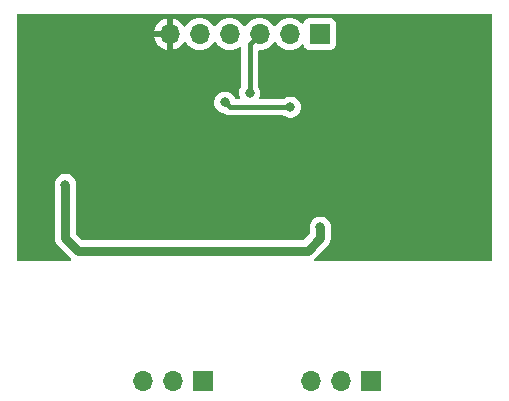
<source format=gbl>
G04 #@! TF.GenerationSoftware,KiCad,Pcbnew,7.0.11-2.fc39*
G04 #@! TF.CreationDate,2024-06-09T18:16:26+02:00*
G04 #@! TF.ProjectId,current_measurement_extension,63757272-656e-4745-9f6d-656173757265,1.0*
G04 #@! TF.SameCoordinates,Original*
G04 #@! TF.FileFunction,Copper,L2,Bot*
G04 #@! TF.FilePolarity,Positive*
%FSLAX46Y46*%
G04 Gerber Fmt 4.6, Leading zero omitted, Abs format (unit mm)*
G04 Created by KiCad (PCBNEW 7.0.11-2.fc39) date 2024-06-09 18:16:26*
%MOMM*%
%LPD*%
G01*
G04 APERTURE LIST*
G04 #@! TA.AperFunction,ComponentPad*
%ADD10R,1.700000X1.700000*%
G04 #@! TD*
G04 #@! TA.AperFunction,ComponentPad*
%ADD11O,1.700000X1.700000*%
G04 #@! TD*
G04 #@! TA.AperFunction,ViaPad*
%ADD12C,0.600000*%
G04 #@! TD*
G04 #@! TA.AperFunction,ViaPad*
%ADD13C,0.800000*%
G04 #@! TD*
G04 #@! TA.AperFunction,Conductor*
%ADD14C,0.762000*%
G04 #@! TD*
G04 #@! TA.AperFunction,Conductor*
%ADD15C,0.381000*%
G04 #@! TD*
G04 APERTURE END LIST*
D10*
X117652800Y-77419200D03*
D11*
X115112800Y-77419200D03*
X112572800Y-77419200D03*
D10*
X103479600Y-77419200D03*
D11*
X100939600Y-77419200D03*
X98399600Y-77419200D03*
D10*
X113334800Y-48006000D03*
D11*
X110794800Y-48006000D03*
X108254800Y-48006000D03*
X105714800Y-48006000D03*
X103174800Y-48006000D03*
X100634800Y-48006000D03*
D12*
X111709200Y-64770000D03*
X104444800Y-52527200D03*
X104444800Y-50088800D03*
X111607600Y-55778400D03*
X111963200Y-50088800D03*
X114604800Y-58775600D03*
X94792800Y-46786800D03*
X127304800Y-64770000D03*
X94792800Y-52781200D03*
X120954800Y-64770000D03*
X114604800Y-64770000D03*
X88290400Y-64770000D03*
X127304800Y-46786800D03*
X120954800Y-58775600D03*
X114604800Y-52781200D03*
X88290400Y-46786800D03*
X88290400Y-58724800D03*
X88290400Y-52781200D03*
X127304800Y-58826400D03*
X127304800Y-52781200D03*
X120954800Y-46786800D03*
X120954800Y-52781200D03*
D13*
X109016800Y-58775600D03*
X107391200Y-52984400D03*
X110845600Y-54203600D03*
X105308400Y-53797200D03*
X113385600Y-64363600D03*
X91795600Y-60756800D03*
D14*
X112318800Y-66344800D02*
X92862400Y-66344800D01*
X113385600Y-64363600D02*
X113385600Y-65278000D01*
X113385600Y-65278000D02*
X112318800Y-66344800D01*
D15*
X107391200Y-48869600D02*
X108254800Y-48006000D01*
X107391200Y-52984400D02*
X107391200Y-48869600D01*
X105714800Y-54203600D02*
X105308400Y-53797200D01*
X110845600Y-54203600D02*
X105714800Y-54203600D01*
D14*
X91795600Y-65278000D02*
X91795600Y-60756800D01*
X92862400Y-66344800D02*
X91795600Y-65278000D01*
G04 #@! TA.AperFunction,Conductor*
G36*
X127890339Y-46316385D02*
G01*
X127936094Y-46369189D01*
X127947300Y-46420700D01*
X127947300Y-67084400D01*
X127927615Y-67151439D01*
X127874811Y-67197194D01*
X127823300Y-67208400D01*
X113001191Y-67208400D01*
X112934152Y-67188715D01*
X112888397Y-67135911D01*
X112878453Y-67066753D01*
X112907478Y-67003197D01*
X112913507Y-66996721D01*
X112921692Y-66988536D01*
X112932520Y-66977707D01*
X112934852Y-66975438D01*
X112994608Y-66918836D01*
X112994757Y-66918614D01*
X113009711Y-66900516D01*
X113980024Y-65930203D01*
X113987404Y-65923400D01*
X114029339Y-65887782D01*
X114079129Y-65822283D01*
X114081200Y-65819633D01*
X114085081Y-65814806D01*
X114132716Y-65755547D01*
X114132827Y-65755322D01*
X114145215Y-65735350D01*
X114145374Y-65735141D01*
X114179917Y-65660475D01*
X114181370Y-65657443D01*
X114186727Y-65646640D01*
X114217907Y-65583774D01*
X114217967Y-65583530D01*
X114225774Y-65561357D01*
X114225882Y-65561124D01*
X114243564Y-65480790D01*
X114244325Y-65477547D01*
X114264180Y-65397711D01*
X114264180Y-65397707D01*
X114264181Y-65397704D01*
X114264188Y-65397432D01*
X114267043Y-65374127D01*
X114267100Y-65373869D01*
X114267100Y-65291642D01*
X114267145Y-65288284D01*
X114268394Y-65242169D01*
X114269373Y-65206036D01*
X114269320Y-65205761D01*
X114267100Y-65182403D01*
X114267100Y-64584341D01*
X114271203Y-64558489D01*
X114269922Y-64558217D01*
X114271272Y-64551861D01*
X114271274Y-64551856D01*
X114291060Y-64363600D01*
X114271274Y-64175344D01*
X114212779Y-63995316D01*
X114118133Y-63831384D01*
X113991471Y-63690712D01*
X113991470Y-63690711D01*
X113838334Y-63579451D01*
X113838329Y-63579448D01*
X113665407Y-63502457D01*
X113665402Y-63502455D01*
X113519601Y-63471465D01*
X113480246Y-63463100D01*
X113290954Y-63463100D01*
X113258497Y-63469998D01*
X113105797Y-63502455D01*
X113105792Y-63502457D01*
X112932870Y-63579448D01*
X112932865Y-63579451D01*
X112779729Y-63690711D01*
X112653066Y-63831385D01*
X112558421Y-63995315D01*
X112558418Y-63995322D01*
X112499927Y-64175340D01*
X112499926Y-64175344D01*
X112480140Y-64363600D01*
X112499927Y-64551861D01*
X112501278Y-64558217D01*
X112499996Y-64558489D01*
X112504100Y-64584341D01*
X112504100Y-64861509D01*
X112484415Y-64928548D01*
X112467781Y-64949190D01*
X111989990Y-65426981D01*
X111928667Y-65460466D01*
X111902309Y-65463300D01*
X93278891Y-65463300D01*
X93211852Y-65443615D01*
X93191210Y-65426981D01*
X92713419Y-64949190D01*
X92679934Y-64887867D01*
X92677100Y-64861509D01*
X92677100Y-60977541D01*
X92681203Y-60951689D01*
X92679922Y-60951417D01*
X92681272Y-60945061D01*
X92681274Y-60945056D01*
X92701060Y-60756800D01*
X92681274Y-60568544D01*
X92622779Y-60388516D01*
X92528133Y-60224584D01*
X92401471Y-60083912D01*
X92401470Y-60083911D01*
X92248334Y-59972651D01*
X92248329Y-59972648D01*
X92075407Y-59895657D01*
X92075402Y-59895655D01*
X91929601Y-59864665D01*
X91890246Y-59856300D01*
X91700954Y-59856300D01*
X91668497Y-59863198D01*
X91515797Y-59895655D01*
X91515792Y-59895657D01*
X91342870Y-59972648D01*
X91342865Y-59972651D01*
X91189729Y-60083911D01*
X91063066Y-60224585D01*
X90968421Y-60388515D01*
X90968418Y-60388522D01*
X90909927Y-60568540D01*
X90909926Y-60568544D01*
X90890140Y-60756800D01*
X90909927Y-60945061D01*
X90911278Y-60951417D01*
X90909996Y-60951689D01*
X90914100Y-60977541D01*
X90914100Y-65237127D01*
X90913691Y-65247192D01*
X90909226Y-65302008D01*
X90909227Y-65302014D01*
X90920333Y-65383534D01*
X90920741Y-65386864D01*
X90929633Y-65468613D01*
X90929633Y-65468616D01*
X90929720Y-65468872D01*
X90935071Y-65491705D01*
X90935109Y-65491987D01*
X90935111Y-65491994D01*
X90963492Y-65569248D01*
X90964607Y-65572414D01*
X90990856Y-65650318D01*
X90991001Y-65650559D01*
X91001132Y-65671700D01*
X91001227Y-65671960D01*
X91001232Y-65671970D01*
X91045547Y-65741301D01*
X91047290Y-65744111D01*
X91089707Y-65814608D01*
X91089708Y-65814610D01*
X91089894Y-65814806D01*
X91104348Y-65833294D01*
X91104496Y-65833525D01*
X91162675Y-65891704D01*
X91164982Y-65894075D01*
X91221561Y-65953805D01*
X91221563Y-65953807D01*
X91221787Y-65953959D01*
X91239886Y-65968915D01*
X92210178Y-66939207D01*
X92217006Y-66946613D01*
X92252618Y-66988539D01*
X92252623Y-66988543D01*
X92257495Y-66993158D01*
X92255739Y-66995011D01*
X92290321Y-67041925D01*
X92294790Y-67111652D01*
X92260853Y-67172726D01*
X92199285Y-67205758D01*
X92173822Y-67208400D01*
X87797300Y-67208400D01*
X87730261Y-67188715D01*
X87684506Y-67135911D01*
X87673300Y-67084400D01*
X87673300Y-48256000D01*
X99304164Y-48256000D01*
X99361367Y-48469486D01*
X99361370Y-48469492D01*
X99461199Y-48683578D01*
X99596694Y-48877082D01*
X99763717Y-49044105D01*
X99957221Y-49179600D01*
X100171307Y-49279429D01*
X100171316Y-49279433D01*
X100384800Y-49336634D01*
X100384800Y-48441501D01*
X100492485Y-48490680D01*
X100599037Y-48506000D01*
X100670563Y-48506000D01*
X100777115Y-48490680D01*
X100884800Y-48441501D01*
X100884800Y-49336633D01*
X101098283Y-49279433D01*
X101098292Y-49279429D01*
X101312378Y-49179600D01*
X101505882Y-49044105D01*
X101672905Y-48877082D01*
X101802919Y-48691405D01*
X101857496Y-48647781D01*
X101926995Y-48640588D01*
X101989349Y-48672110D01*
X102006069Y-48691405D01*
X102136305Y-48877401D01*
X102303399Y-49044495D01*
X102400184Y-49112265D01*
X102496965Y-49180032D01*
X102496967Y-49180033D01*
X102496970Y-49180035D01*
X102711137Y-49279903D01*
X102939392Y-49341063D01*
X103115834Y-49356500D01*
X103174799Y-49361659D01*
X103174800Y-49361659D01*
X103174801Y-49361659D01*
X103233766Y-49356500D01*
X103410208Y-49341063D01*
X103638463Y-49279903D01*
X103852630Y-49180035D01*
X104046201Y-49044495D01*
X104213295Y-48877401D01*
X104343225Y-48691842D01*
X104397802Y-48648217D01*
X104467300Y-48641023D01*
X104529655Y-48672546D01*
X104546375Y-48691842D01*
X104676081Y-48877082D01*
X104676305Y-48877401D01*
X104843399Y-49044495D01*
X104940184Y-49112265D01*
X105036965Y-49180032D01*
X105036967Y-49180033D01*
X105036970Y-49180035D01*
X105251137Y-49279903D01*
X105479392Y-49341063D01*
X105655834Y-49356500D01*
X105714799Y-49361659D01*
X105714800Y-49361659D01*
X105714801Y-49361659D01*
X105773766Y-49356500D01*
X105950208Y-49341063D01*
X106178463Y-49279903D01*
X106392630Y-49180035D01*
X106505077Y-49101298D01*
X106571283Y-49078972D01*
X106639050Y-49095982D01*
X106686863Y-49146930D01*
X106700200Y-49202874D01*
X106700200Y-52358457D01*
X106680515Y-52425496D01*
X106668353Y-52441426D01*
X106658666Y-52452185D01*
X106564021Y-52616115D01*
X106564018Y-52616122D01*
X106505527Y-52796140D01*
X106505526Y-52796144D01*
X106485740Y-52984400D01*
X106505526Y-53172656D01*
X106505527Y-53172659D01*
X106563240Y-53350282D01*
X106565235Y-53420123D01*
X106529155Y-53479956D01*
X106466454Y-53510784D01*
X106445309Y-53512600D01*
X106252861Y-53512600D01*
X106185822Y-53492915D01*
X106140067Y-53440111D01*
X106136609Y-53431231D01*
X106135580Y-53428920D01*
X106135579Y-53428916D01*
X106040933Y-53264984D01*
X105914271Y-53124312D01*
X105914270Y-53124311D01*
X105761134Y-53013051D01*
X105761129Y-53013048D01*
X105588207Y-52936057D01*
X105588202Y-52936055D01*
X105442401Y-52905065D01*
X105403046Y-52896700D01*
X105213754Y-52896700D01*
X105181297Y-52903598D01*
X105028597Y-52936055D01*
X105028592Y-52936057D01*
X104855670Y-53013048D01*
X104855665Y-53013051D01*
X104702529Y-53124311D01*
X104575866Y-53264985D01*
X104481221Y-53428915D01*
X104481218Y-53428922D01*
X104448145Y-53530712D01*
X104422726Y-53608944D01*
X104402940Y-53797200D01*
X104422726Y-53985456D01*
X104422727Y-53985459D01*
X104481218Y-54165477D01*
X104481221Y-54165484D01*
X104575867Y-54329416D01*
X104702529Y-54470088D01*
X104855665Y-54581348D01*
X104855670Y-54581351D01*
X105028592Y-54658342D01*
X105028597Y-54658344D01*
X105193718Y-54693441D01*
X105250162Y-54721914D01*
X105253213Y-54724617D01*
X105302014Y-54758303D01*
X105308033Y-54762732D01*
X105354694Y-54799288D01*
X105363665Y-54803325D01*
X105383220Y-54814354D01*
X105391318Y-54819944D01*
X105446742Y-54840963D01*
X105453640Y-54843820D01*
X105507715Y-54868157D01*
X105517396Y-54869931D01*
X105539018Y-54875959D01*
X105548216Y-54879447D01*
X105548217Y-54879448D01*
X105556782Y-54880487D01*
X105607076Y-54886594D01*
X105614452Y-54887717D01*
X105672771Y-54898405D01*
X105731938Y-54894826D01*
X105739425Y-54894600D01*
X110224368Y-54894600D01*
X110291407Y-54914285D01*
X110297253Y-54918282D01*
X110392865Y-54987748D01*
X110392870Y-54987751D01*
X110565792Y-55064742D01*
X110565797Y-55064744D01*
X110750954Y-55104100D01*
X110750955Y-55104100D01*
X110940244Y-55104100D01*
X110940246Y-55104100D01*
X111125403Y-55064744D01*
X111298330Y-54987751D01*
X111451471Y-54876488D01*
X111578133Y-54735816D01*
X111672779Y-54571884D01*
X111731274Y-54391856D01*
X111751060Y-54203600D01*
X111731274Y-54015344D01*
X111672779Y-53835316D01*
X111578133Y-53671384D01*
X111451471Y-53530712D01*
X111426264Y-53512398D01*
X111298334Y-53419451D01*
X111298329Y-53419448D01*
X111125407Y-53342457D01*
X111125402Y-53342455D01*
X110979601Y-53311465D01*
X110940246Y-53303100D01*
X110750954Y-53303100D01*
X110718497Y-53309998D01*
X110565797Y-53342455D01*
X110565792Y-53342457D01*
X110392870Y-53419448D01*
X110392865Y-53419451D01*
X110297253Y-53488918D01*
X110231447Y-53512398D01*
X110224368Y-53512600D01*
X108337091Y-53512600D01*
X108270052Y-53492915D01*
X108224297Y-53440111D01*
X108214353Y-53370953D01*
X108219160Y-53350282D01*
X108246874Y-53264985D01*
X108276874Y-53172656D01*
X108296660Y-52984400D01*
X108276874Y-52796144D01*
X108218379Y-52616116D01*
X108123733Y-52452184D01*
X108117766Y-52445557D01*
X108114047Y-52441426D01*
X108083820Y-52378434D01*
X108082200Y-52358457D01*
X108082200Y-49481880D01*
X108101885Y-49414841D01*
X108154689Y-49369086D01*
X108217006Y-49358352D01*
X108254800Y-49361659D01*
X108490208Y-49341063D01*
X108718463Y-49279903D01*
X108932630Y-49180035D01*
X109126201Y-49044495D01*
X109293295Y-48877401D01*
X109423225Y-48691842D01*
X109477802Y-48648217D01*
X109547300Y-48641023D01*
X109609655Y-48672546D01*
X109626375Y-48691842D01*
X109756081Y-48877082D01*
X109756305Y-48877401D01*
X109923399Y-49044495D01*
X110020184Y-49112265D01*
X110116965Y-49180032D01*
X110116967Y-49180033D01*
X110116970Y-49180035D01*
X110331137Y-49279903D01*
X110559392Y-49341063D01*
X110735834Y-49356500D01*
X110794799Y-49361659D01*
X110794800Y-49361659D01*
X110794801Y-49361659D01*
X110853766Y-49356500D01*
X111030208Y-49341063D01*
X111258463Y-49279903D01*
X111472630Y-49180035D01*
X111666201Y-49044495D01*
X111788129Y-48922566D01*
X111849448Y-48889084D01*
X111919140Y-48894068D01*
X111975074Y-48935939D01*
X111991989Y-48966917D01*
X112041002Y-49098328D01*
X112041006Y-49098335D01*
X112127252Y-49213544D01*
X112127255Y-49213547D01*
X112242464Y-49299793D01*
X112242471Y-49299797D01*
X112377317Y-49350091D01*
X112377316Y-49350091D01*
X112384244Y-49350835D01*
X112436927Y-49356500D01*
X114232672Y-49356499D01*
X114292283Y-49350091D01*
X114427131Y-49299796D01*
X114542346Y-49213546D01*
X114628596Y-49098331D01*
X114678891Y-48963483D01*
X114685300Y-48903873D01*
X114685299Y-47108128D01*
X114678891Y-47048517D01*
X114677610Y-47045083D01*
X114628597Y-46913671D01*
X114628593Y-46913664D01*
X114542347Y-46798455D01*
X114542344Y-46798452D01*
X114427135Y-46712206D01*
X114427128Y-46712202D01*
X114292282Y-46661908D01*
X114292283Y-46661908D01*
X114232683Y-46655501D01*
X114232681Y-46655500D01*
X114232673Y-46655500D01*
X114232664Y-46655500D01*
X112436929Y-46655500D01*
X112436923Y-46655501D01*
X112377316Y-46661908D01*
X112242471Y-46712202D01*
X112242464Y-46712206D01*
X112127255Y-46798452D01*
X112127252Y-46798455D01*
X112041006Y-46913664D01*
X112041003Y-46913669D01*
X111991989Y-47045083D01*
X111950117Y-47101016D01*
X111884653Y-47125433D01*
X111816380Y-47110581D01*
X111788126Y-47089430D01*
X111666202Y-46967506D01*
X111666195Y-46967501D01*
X111472634Y-46831967D01*
X111472630Y-46831965D01*
X111472628Y-46831964D01*
X111258463Y-46732097D01*
X111258459Y-46732096D01*
X111258455Y-46732094D01*
X111030213Y-46670938D01*
X111030203Y-46670936D01*
X110794801Y-46650341D01*
X110794799Y-46650341D01*
X110559396Y-46670936D01*
X110559386Y-46670938D01*
X110331144Y-46732094D01*
X110331135Y-46732098D01*
X110116971Y-46831964D01*
X110116969Y-46831965D01*
X109923397Y-46967505D01*
X109756305Y-47134597D01*
X109626375Y-47320158D01*
X109571798Y-47363783D01*
X109502300Y-47370977D01*
X109439945Y-47339454D01*
X109423225Y-47320158D01*
X109293294Y-47134597D01*
X109126202Y-46967506D01*
X109126195Y-46967501D01*
X108932634Y-46831967D01*
X108932630Y-46831965D01*
X108932628Y-46831964D01*
X108718463Y-46732097D01*
X108718459Y-46732096D01*
X108718455Y-46732094D01*
X108490213Y-46670938D01*
X108490203Y-46670936D01*
X108254801Y-46650341D01*
X108254799Y-46650341D01*
X108019396Y-46670936D01*
X108019386Y-46670938D01*
X107791144Y-46732094D01*
X107791135Y-46732098D01*
X107576971Y-46831964D01*
X107576969Y-46831965D01*
X107383397Y-46967505D01*
X107216305Y-47134597D01*
X107086375Y-47320158D01*
X107031798Y-47363783D01*
X106962300Y-47370977D01*
X106899945Y-47339454D01*
X106883225Y-47320158D01*
X106753294Y-47134597D01*
X106586202Y-46967506D01*
X106586195Y-46967501D01*
X106392634Y-46831967D01*
X106392630Y-46831965D01*
X106392628Y-46831964D01*
X106178463Y-46732097D01*
X106178459Y-46732096D01*
X106178455Y-46732094D01*
X105950213Y-46670938D01*
X105950203Y-46670936D01*
X105714801Y-46650341D01*
X105714799Y-46650341D01*
X105479396Y-46670936D01*
X105479386Y-46670938D01*
X105251144Y-46732094D01*
X105251135Y-46732098D01*
X105036971Y-46831964D01*
X105036969Y-46831965D01*
X104843397Y-46967505D01*
X104676305Y-47134597D01*
X104546375Y-47320158D01*
X104491798Y-47363783D01*
X104422300Y-47370977D01*
X104359945Y-47339454D01*
X104343225Y-47320158D01*
X104213294Y-47134597D01*
X104046202Y-46967506D01*
X104046195Y-46967501D01*
X103852634Y-46831967D01*
X103852630Y-46831965D01*
X103852628Y-46831964D01*
X103638463Y-46732097D01*
X103638459Y-46732096D01*
X103638455Y-46732094D01*
X103410213Y-46670938D01*
X103410203Y-46670936D01*
X103174801Y-46650341D01*
X103174799Y-46650341D01*
X102939396Y-46670936D01*
X102939386Y-46670938D01*
X102711144Y-46732094D01*
X102711135Y-46732098D01*
X102496971Y-46831964D01*
X102496969Y-46831965D01*
X102303397Y-46967505D01*
X102136308Y-47134594D01*
X102006069Y-47320595D01*
X101951492Y-47364219D01*
X101881993Y-47371412D01*
X101819639Y-47339890D01*
X101802919Y-47320594D01*
X101672913Y-47134926D01*
X101672908Y-47134920D01*
X101505882Y-46967894D01*
X101312378Y-46832399D01*
X101098292Y-46732570D01*
X101098286Y-46732567D01*
X100884800Y-46675364D01*
X100884800Y-47570498D01*
X100777115Y-47521320D01*
X100670563Y-47506000D01*
X100599037Y-47506000D01*
X100492485Y-47521320D01*
X100384800Y-47570498D01*
X100384800Y-46675364D01*
X100384799Y-46675364D01*
X100171313Y-46732567D01*
X100171307Y-46732570D01*
X99957222Y-46832399D01*
X99957220Y-46832400D01*
X99763726Y-46967886D01*
X99763720Y-46967891D01*
X99596691Y-47134920D01*
X99596686Y-47134926D01*
X99461200Y-47328420D01*
X99461199Y-47328422D01*
X99361370Y-47542507D01*
X99361367Y-47542513D01*
X99304164Y-47755999D01*
X99304164Y-47756000D01*
X100201114Y-47756000D01*
X100175307Y-47796156D01*
X100134800Y-47934111D01*
X100134800Y-48077889D01*
X100175307Y-48215844D01*
X100201114Y-48256000D01*
X99304164Y-48256000D01*
X87673300Y-48256000D01*
X87673300Y-46420700D01*
X87692985Y-46353661D01*
X87745789Y-46307906D01*
X87797300Y-46296700D01*
X127823300Y-46296700D01*
X127890339Y-46316385D01*
G37*
G04 #@! TD.AperFunction*
M02*

</source>
